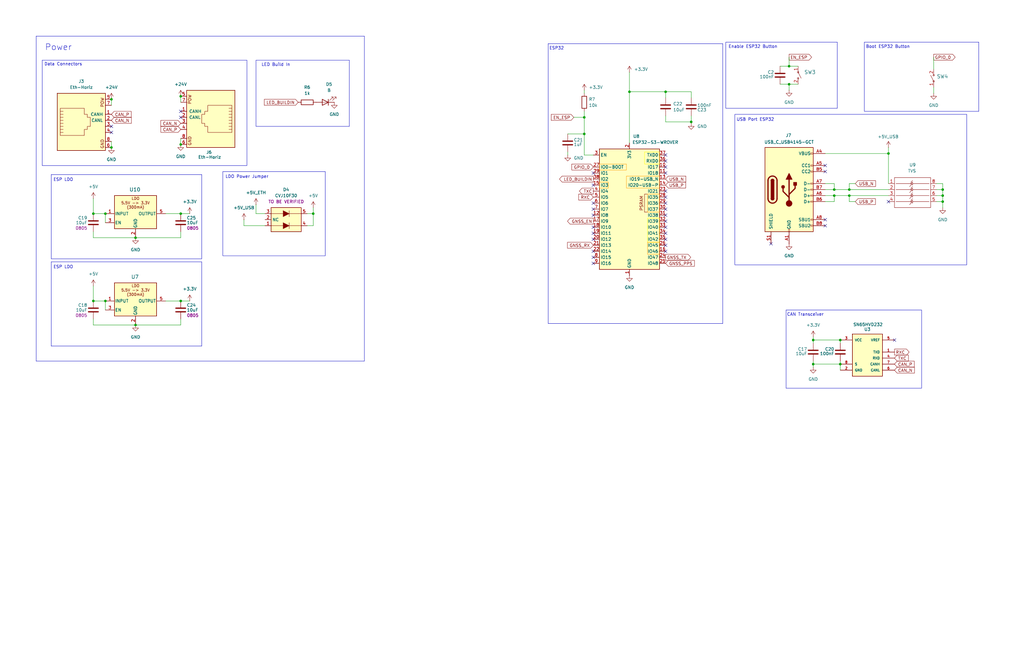
<source format=kicad_sch>
(kicad_sch (version 20250114) (generator "eeschema") (generator_version "9.0")
  (paper "User" 431.8 279.4)
  (title_block (title "${PROJECTNAME}") (date "2025-02-08") (rev "${REVISION}") (company "${GROUP_NAME}") (comment 1 "${AUTHOR}"))
  (lib_symbols
    (symbol "RoverLibrary:C-100nF" (pin_numbers (hide yes)) (pin_names (offset 0.254))
      (property "Reference" "C" (at -2.54 1.27 0))
      (property "Value" "100nF" (at -2.54 -0.635 0))
      (symbol "C-100nF_1_1"
        (pin passive line (at 0 3.81 270) (length 2.794) (name "~") (number "1"))
        (pin passive line (at 0 -3.81 90) (length 2.794) (name "~") (number "2"))
      )
    )
    (symbol "RoverLibrary:C-1uF" (pin_numbers (hide yes)) (pin_names (offset 0.254))
      (property "Reference" "C" (at -2.54 1.27 0))
      (property "Value" "1uF" (at -2.54 -0.635 0))
      (symbol "C-1uF_1_1"
        (pin passive line (at 0 3.81 270) (length 2.794) (name "~") (number "1"))
        (pin passive line (at 0 -3.81 90) (length 2.794) (name "~") (number "2"))
      )
    )
    (symbol "RoverLibrary:C-22uF" (pin_numbers (hide yes)) (pin_names (offset 0.254))
      (property "Reference" "C" (at 0.635 2.54 0))
      (property "Value" "22uF" (at 0.635 -2.54 0))
      (symbol "C-22uF_1_1"
        (pin passive line (at 0 3.81 270) (length 2.794) (name "~") (number "1"))
        (pin passive line (at 0 -3.81 90) (length 2.794) (name "~") (number "2"))
      )
    )
    (symbol "RoverLibrary:CAN-Transceiver-SN65HVD232" (pin_names (offset 1.016))
      (property "Reference" "U" (at 0 7.62 0))
      (property "Value" "SN65HVD232" (at 0 8.89 0))
      (property "STATUS" "APPROVED" (at -0.254 11.43 0))
      (symbol "CAN-Transceiver-SN65HVD232_0_0"
        (pin power_in line (at -11.43 3.81 0) (length 5.08) (name "VCC") (number "3"))
        (pin input line (at -11.43 -6.35 0) (length 5.08) (name "S") (number "8"))
        (pin power_in line (at -11.43 -8.89 0) (length 5.08) (name "GND") (number "2"))
        (pin output line (at 11.43 3.81 180) (length 5.08) (name "VREF") (number "5"))
        (pin input line (at 11.43 -1.27 180) (length 5.08) (name "TXD") (number "1"))
        (pin output line (at 11.43 -3.81 180) (length 5.08) (name "RXD") (number "4"))
        (pin bidirectional line (at 11.43 -6.35 180) (length 5.08) (name "CANH") (number "7"))
        (pin bidirectional line (at 11.43 -8.89 180) (length 5.08) (name "CANL") (number "6"))
      )
    )
    (symbol "RoverLibrary:C_0805" (pin_numbers (hide yes)) (pin_names (offset 0.254))
      (property "Reference" "C" (at 2.54 2.032 0))
      (property "Value" "~" (at 2.54 0 0))
      (property "Package" "0805" (at 2.54 -2.286 0))
      (symbol "C_0805_1_1"
        (pin passive line (at 0 3.81 270) (length 2.794) (name "~") (number "1"))
        (pin passive line (at 0 -3.81 90) (length 2.794) (name "~") (number "2"))
      )
    )
    (symbol "RoverLibrary:DC_DC-AP64501"
      (property "Reference" "U" (at 0 -0.762 0))
      (property "Value" "DC_DC-AP64501" (at 0 -2.794 0))
      (property "STATUS" "APPROVED" (at 0 1.016 0))
      (symbol "DC_DC-AP64501_1_1"
        (pin power_in line (at -11.43 -6.35 0) (length 2.54) (name "V_{in}") (number "2"))
        (pin input line (at -11.43 -8.89 0) (length 2.54) (name "EN") (number "3"))
        (pin passive line (at -11.43 -13.97 0) (length 2.54) (name "SS") (number "4"))
        (pin passive line (at 11.43 -6.35 180) (length 2.54) (name "BST") (number "1"))
        (pin power_out line (at 11.43 -13.97 180) (length 2.54) (name "SW") (number "8"))
        (pin input line (at 11.43 -21.59 180) (length 2.54) (name "FB") (number "5"))
        (pin passive line (at 11.43 -24.13 180) (length 2.54) (name "COMB") (number "6"))
        (pin power_in line (at 11.43 -27.94 180) (length 2.54) (name "GND") (number "7"))
        (pin power_in line (at 11.43 -30.48 180) (length 2.54) (name "PAD") (number "9"))
      )
    )
    (symbol "RoverLibrary:Diode_Schottchy_CVJ10F30"
      (property "Reference" "D" (at 0 2.032 0))
      (property "Value" "CVJ10F30" (at 0 0 0))
      (property "Status" "TO BE VERIFIED" (at 0 4.064 0))
      (symbol "Diode_Schottchy_CVJ10F30_1_1"
        (pin passive line (at -8.89 -3.81 0) (length 2.54) (name "") (number "3"))
        (pin passive line (at -8.89 -6.35 0) (length 2.54) (name "NC") (number "2"))
        (pin passive line (at -8.89 -8.89 0) (length 2.54) (name "") (number "1"))
        (pin passive line (at 8.89 -3.81 180) (length 2.54) (name "") (number "5"))
        (pin passive line (at 8.89 -8.89 180) (length 2.54) (name "") (number "4"))
      )
    )
    (symbol "RoverLibrary:ESP32-S3-WROVER"
      (property "Reference" "U" (at -12.7 26.67 0))
      (property "Value" "ESP32-S3-WROVER" (at 12.7 26.67 0))
      (property "STATUS" "TO BE VERIFIED" (at -12.446 28.956 0))
      (symbol "ESP32-S3-WROVER_0_0"
        (text "PSRAM" (at 5.08 2.54 900) (effects (font (size 1.27 1.27))))
      )
      (symbol "ESP32-S3-WROVER_1_1"
        (pin input line (at -15.24 22.86 0) (length 2.54) (name "EN") (number "3"))
        (pin bidirectional line (at -15.24 17.78 0) (length 2.54) (name "IO0-BOOT") (number "27"))
        (pin bidirectional line (at -15.24 15.24 0) (length 2.54) (name "IO1") (number "39"))
        (pin bidirectional line (at -15.24 12.7 0) (length 2.54) (name "IO2") (number "38"))
        (pin bidirectional line (at -15.24 10.16 0) (length 2.54) (name "IO3") (number "15"))
        (pin bidirectional line (at -15.24 7.62 0) (length 2.54) (name "IO4") (number "4"))
        (pin bidirectional line (at -15.24 5.08 0) (length 2.54) (name "IO5") (number "5"))
        (pin bidirectional line (at -15.24 2.54 0) (length 2.54) (name "IO6") (number "6"))
        (pin bidirectional line (at -15.24 0 0) (length 2.54) (name "IO7") (number "7"))
        (pin bidirectional line (at -15.24 -2.54 0) (length 2.54) (name "IO8") (number "12"))
        (pin bidirectional line (at -15.24 -5.08 0) (length 2.54) (name "IO9") (number "17"))
        (pin bidirectional line (at -15.24 -7.62 0) (length 2.54) (name "IO10") (number "18"))
        (pin bidirectional line (at -15.24 -10.16 0) (length 2.54) (name "IO11") (number "19"))
        (pin bidirectional line (at -15.24 -12.7 0) (length 2.54) (name "IO12") (number "20"))
        (pin bidirectional line (at -15.24 -15.24 0) (length 2.54) (name "IO13") (number "21"))
        (pin bidirectional line (at -15.24 -17.78 0) (length 2.54) (name "IO14") (number "22"))
        (pin bidirectional line (at -15.24 -20.32 0) (length 2.54) (name "IO15") (number "8"))
        (pin bidirectional line (at -15.24 -22.86 0) (length 2.54) (name "IO16") (number "9"))
        (pin power_in line (at 0 27.94 270) (length 2.54) (name "3V3") (number "2"))
        (pin power_in line (at 0 -27.94 90) (length 2.54) (name "GND") (number "1"))
        (pin passive line (at 0 -27.94 90) (length 2.54) (hide yes) (name "GND") (number "40"))
        (pin passive line (at 0 -27.94 90) (length 2.54) (hide yes) (name "GND") (number "41"))
        (pin bidirectional line (at 15.24 22.86 180) (length 2.54) (name "TXD0") (number "37"))
        (pin bidirectional line (at 15.24 20.32 180) (length 2.54) (name "RXD0") (number "36"))
        (pin bidirectional line (at 15.24 17.78 180) (length 2.54) (name "IO17") (number "10"))
        (pin bidirectional line (at 15.24 15.24 180) (length 2.54) (name "IO18") (number "11"))
        (pin bidirectional line (at 15.24 12.7 180) (length 2.54) (name "IO19-USB_N") (number "13"))
        (pin bidirectional line (at 15.24 10.16 180) (length 2.54) (name "IO20-USB-P") (number "14"))
        (pin bidirectional line (at 15.24 7.62 180) (length 2.54) (name "IO21") (number "23"))
        (pin bidirectional line (at 15.24 5.08 180) (length 2.54) (name "IO35") (number "28"))
        (pin bidirectional line (at 15.24 2.54 180) (length 2.54) (name "IO36") (number "29"))
        (pin bidirectional line (at 15.24 0 180) (length 2.54) (name "IO37") (number "30"))
        (pin bidirectional line (at 15.24 -2.54 180) (length 2.54) (name "IO38") (number "31"))
        (pin bidirectional line (at 15.24 -5.08 180) (length 2.54) (name "IO39") (number "32"))
        (pin bidirectional line (at 15.24 -7.62 180) (length 2.54) (name "IO40") (number "33"))
        (pin bidirectional line (at 15.24 -10.16 180) (length 2.54) (name "IO41") (number "34"))
        (pin bidirectional line (at 15.24 -12.7 180) (length 2.54) (name "IO42") (number "35"))
        (pin bidirectional line (at 15.24 -15.24 180) (length 2.54) (name "IO45") (number "26"))
        (pin bidirectional line (at 15.24 -17.78 180) (length 2.54) (name "IO46") (number "16"))
        (pin bidirectional line (at 15.24 -20.32 180) (length 2.54) (name "IO47") (number "24"))
        (pin bidirectional line (at 15.24 -22.86 180) (length 2.54) (name "IO48") (number "25"))
      )
    )
    (symbol "RoverLibrary:Eth-Horiz-54601-908WPLF" (pin_names (offset 1.016))
      (property "Reference" "J" (at -5.08 13.97 0))
      (property "Value" "Eth-Horiz" (at 2.54 13.97 0))
      (property "STATUS" "APPROVED" (at -4.826 16.002 0))
      (symbol "Eth-Horiz-54601-908WPLF_1_1"
        (text "POW" (at 6.35 8.89 900) (effects (font (size 1.27 1.27))))
        (text "GND" (at 6.35 -8.636 900) (effects (font (size 1.27 1.27))))
        (pin passive line (at 10.16 10.16 180) (length 2.54) (name "~") (number "5"))
        (pin passive line (at 10.16 7.62 180) (length 2.54) (name "~") (number "7"))
        (pin passive line (at 10.16 3.81 180) (length 2.54) (name "CANH") (number "1"))
        (pin passive line (at 10.16 1.27 180) (length 2.54) (name "CANL") (number "2"))
        (pin passive line (at 10.16 -1.27 180) (length 2.54) (name "~") (number "3"))
        (pin passive line (at 10.16 -3.81 180) (length 2.54) (name "~") (number "4"))
        (pin passive line (at 10.16 -7.62 180) (length 2.54) (name "~") (number "8"))
        (pin passive line (at 10.16 -10.16 180) (length 2.54) (name "~") (number "6"))
      )
    )
    (symbol "RoverLibrary:LDO-TLV74033PDBVR" (pin_names (offset 0.254))
      (property "Reference" "U" (at 0 1.27 0))
      (property "STATUS" "TO BE APPROVED" (at 0 3.048 0))
      (symbol "LDO-TLV74033PDBVR_1_1"
        (text "LDO\n5.5V -> 3.3V\n(300mA)" (at 0 -3.048 0) (effects (font (size 1.143 1.143))))
        (pin power_in line (at -12.7 -7.62 0) (length 3.81) (name "INPUT") (number "1"))
        (pin input line (at -12.7 -11.43 0) (length 3.81) (name "EN") (number "3"))
        (pin power_in line (at 0 -17.78 90) (length 3.81) (name "GND") (number "2"))
        (pin power_out line (at 12.7 -7.62 180) (length 3.81) (name "OUTPUT") (number "5"))
        (pin no_connect line (at 12.7 -11.43 180) (length 3.81) (hide yes) (name "NC") (number "4"))
      )
    )
    (symbol "RoverLibrary:LED" (pin_numbers (hide yes)) (pin_names (offset 1.016) (hide yes))
      (property "Reference" "D" (at 0 2.54 0))
      (property "Value" "LED" (at 0 -2.54 0))
      (symbol "LED_1_1"
        (pin passive line (at -3.81 0 0) (length 2.54) (name "K") (number "1"))
        (pin passive line (at 3.81 0 180) (length 2.54) (name "A") (number "2"))
      )
    )
    (symbol "RoverLibrary:L_3.6u_ASPI-6045S-3R6N-T" (pin_numbers (hide yes)) (pin_names (offset 1.016) (hide yes))
      (property "Reference" "L" (at -1.27 0 90))
      (property "Value" "~" (at 1.905 0 90))
      (property "STATUS" "TO BE VERIFIED" (at -3.81 0 90))
      (property "Digikey" "https://www.digikey.ca/en/products/detail/abracon-llc/ASPI-6045S-3R6N-T/2343383" (at 0 0 0))
      (symbol "L_3.6u_ASPI-6045S-3R6N-T_1_1"
        (pin passive line (at 0 3.81 270) (length 1.27) (name "1") (number "1"))
        (pin passive line (at 0 -3.81 90) (length 1.27) (name "2") (number "2"))
      )
    )
    (symbol "RoverLibrary:PushButton-TS09-63-25-WT-160-SMT-TR" (pin_names (offset 0.254))
      (property "Reference" "SW" (at 0 3.81 0))
      (property "STATUS" "APPROVED" (at 0 0 0))
      (symbol "PushButton-TS09-63-25-WT-160-SMT-TR_1_1"
        (pin bidirectional line (at -3.81 0 0) (length 2.54) (name "") (number "1"))
        (pin bidirectional line (at 3.81 0 180) (length 2.54) (name "") (number "2"))
      )
    )
    (symbol "RoverLibrary:R-10k" (pin_numbers (hide yes)) (pin_names (offset 0))
      (property "Reference" "R" (at 2.032 0 90))
      (property "Value" "10k" (at 0 0 90))
      (symbol "R-10k_1_1"
        (pin passive line (at 0 3.81 270) (length 1.27) (name "~") (number "1"))
        (pin passive line (at 0 -3.81 90) (length 1.27) (name "~") (number "2"))
      )
    )
    (symbol "RoverLibrary:R-1k" (pin_numbers (hide yes)) (pin_names (offset 0))
      (property "Reference" "R" (at 2.032 0 90))
      (property "Value" "1k" (at 0 0 90))
      (symbol "R-1k_1_1"
        (pin passive line (at 0 3.81 270) (length 1.27) (name "~") (number "1"))
        (pin passive line (at 0 -3.81 90) (length 1.27) (name "~") (number "2"))
      )
    )
    (symbol "RoverLibrary:R_0805" (pin_numbers (hide yes)) (pin_names (offset 0))
      (property "Reference" "R" (at 2.032 0 90))
      (property "Value" "k" (at 0 0 90))
      (property "Package" "0805" (at -2.286 0 90))
      (symbol "R_0805_1_1"
        (pin passive line (at 0 3.81 270) (length 1.27) (name "~") (number "1"))
        (pin passive line (at 0 -3.81 90) (length 1.27) (name "~") (number "2"))
      )
    )
    (symbol "RoverLibrary:TVS-SMDB03CE3/TR7TR-ND"
      (property "Reference" "U" (at 0 1.27 0))
      (property "Value" "TVS" (at 0 0 0))
      (property "STATYS" "APPROVED" (at 0 2.794 0))
      (symbol "TVS-SMDB03CE3/TR7TR-ND_1_1"
        (pin passive line (at -10.16 -3.81 0) (length 2.54) (name "") (number "1"))
        (pin passive line (at -10.16 -6.35 0) (length 2.54) (name "") (number "2"))
        (pin passive line (at -10.16 -8.89 0) (length 2.54) (name "") (number "3"))
        (pin passive line (at -10.16 -11.43 0) (length 2.54) (name "") (number "4"))
        (pin passive line (at 10.16 -3.81 180) (length 2.54) (name "") (number "8"))
        (pin passive line (at 10.16 -6.35 180) (length 2.54) (name "") (number "7"))
        (pin passive line (at 10.16 -8.89 180) (length 2.54) (name "") (number "6"))
        (pin passive line (at 10.16 -11.43 180) (length 2.54) (name "") (number "5"))
      )
    )
    (symbol "RoverLibrary:USB_C_USB4145-03-C" (pin_names (offset 1.016))
      (property "Reference" "J" (at 0 22.225 0))
      (property "Value" "USB_C_USB4145-GCT" (at 0 19.685 0))
      (property "STATUS" "TO BE APPROVED" (at 0 24.13 0))
      (symbol "USB_C_USB4145-03-C_1_1"
        (pin power_in line (at -7.62 -22.86 90) (length 5.08) (name "SHIELD") (number "S1"))
        (pin power_out line (at 0 -22.86 90) (length 5.08) (name "GND") (number "A1"))
        (pin power_in line (at 0 -22.86 90) (length 5.08) (hide yes) (name "GND") (number "A12"))
        (pin power_in line (at 0 -22.86 90) (length 5.08) (hide yes) (name "GND") (number "B1"))
        (pin power_in line (at 0 -22.86 90) (length 5.08) (hide yes) (name "GND") (number "B12"))
        (pin power_out line (at 15.24 15.24 180) (length 5.08) (name "VBUS") (number "A4"))
        (pin power_in line (at 15.24 15.24 180) (length 5.08) (hide yes) (name "VBUS") (number "A9"))
        (pin power_in line (at 15.24 15.24 180) (length 5.08) (hide yes) (name "VBUS") (number "B4"))
        (pin power_in line (at 15.24 15.24 180) (length 5.08) (hide yes) (name "VBUS") (number "B9"))
        (pin bidirectional line (at 15.24 10.16 180) (length 5.08) (name "CC1") (number "A5"))
        (pin bidirectional line (at 15.24 7.62 180) (length 5.08) (name "CC2") (number "B5"))
        (pin bidirectional line (at 15.24 2.54 180) (length 5.08) (name "D-") (number "A7"))
        (pin bidirectional line (at 15.24 0 180) (length 5.08) (name "D-") (number "B7"))
        (pin bidirectional line (at 15.24 -2.54 180) (length 5.08) (name "D+") (number "A6"))
        (pin bidirectional line (at 15.24 -5.08 180) (length 5.08) (name "D+") (number "B6"))
        (pin bidirectional line (at 15.24 -12.7 180) (length 5.08) (name "SBU1") (number "A8"))
        (pin bidirectional line (at 15.24 -15.24 180) (length 5.08) (name "SBU2") (number "B8"))
      )
    )
    (symbol "power:+24V" (power) (pin_numbers (hide yes)) (pin_names (offset 0) (hide yes))
      (property "Value" "+24V" (at 0 3.556 0))
      (symbol "+24V_1_1"
        (pin power_in line (at 0 0 90) (length 0) (name "~") (number "1"))
      )
    )
    (symbol "power:+3.3V" (power) (pin_numbers (hide yes)) (pin_names (offset 0) (hide yes))
      (property "Value" "+3.3V" (at 0 3.556 0))
      (symbol "+3.3V_1_1"
        (pin power_in line (at 0 0 90) (length 0) (name "~") (number "1"))
      )
    )
    (symbol "power:+5V" (power) (pin_numbers (hide yes)) (pin_names (offset 0) (hide yes))
      (property "Value" "+5V" (at 0 3.556 0))
      (symbol "+5V_1_1"
        (pin power_in line (at 0 0 90) (length 0) (name "~") (number "1"))
      )
    )
    (symbol "power:GND" (power) (pin_numbers (hide yes)) (pin_names (offset 0) (hide yes))
      (property "Value" "GND" (at 0 -3.81 0))
      (symbol "GND_1_1"
        (pin power_in line (at 0 0 270) (length 0) (name "~") (number "1"))
      )
    )
  )
  (rectangle (start 332.74 35.56) (end 332.74 35.56))
  (rectangle (start 21.59 110.49) (end 85.09 146.05))
  (rectangle (start 306.07 17.78) (end 353.06 45.72))
  (rectangle (start 21.59 73.66) (end 85.09 109.22))
  (bezier (pts (xy -17.78 96.52) (xy -87.63 130.81) (xy -80.01 139.7) (xy -127 152.4)))
  (rectangle (start 231.14 18.415) (end 304.8 136.525))
  (rectangle (start 93.98 72.39) (end 137.16 107.95))
  (rectangle (start -124.46 96.52) (end -17.78 151.13))
  (rectangle (start 364.49 17.78) (end 412.75 46.99))
  (rectangle (start 17.78 25.4) (end 104.14 69.85))
  (rectangle (start 107.95 25.4) (end 147.32 53.34))
  (bezier (pts (xy -16.51 149.86) (xy -121.92 99.06) (xy -99.06 109.22) (xy -124.46 97.79)))
  (rectangle (start 331.47 130.81) (end 388.62 163.83))
  (rectangle (start 309.88 48.26) (end 407.67 111.76))
  (rectangle (start 15.24 15.24) (end 153.67 152.4))
  (text "Power" (at 24.638 20.066 0) (effects (font (size 2.54 2.54))))
  (text "LED Build In" (at 116.332 27.432 0) (effects (font (size 1.27 1.27))))
  (text "LDO Power Jumper" (at 104.14 74.676 0) (effects (font (size 1.27 1.27))))
  (text "Data Connectors" (at 26.67 27.178 0) (effects (font (size 1.27 1.27))))
  (text "Boot ESP32 Button" (at 374.396 19.812 0) (effects (font (size 1.27 1.27))))
  (text "USB Port ESP32" (at 318.516 50.546 0) (effects (font (size 1.27 1.27))))
  (text "->3x22uF\n" (at -23.368 123.952 0) (effects (font (size 1.27 1.27))))
  (text "Enable ESP32 Button" (at 317.5 19.812 0) (effects (font (size 1.27 1.27))))
  (text "CAN Transceiver" (at 339.598 132.842 0) (effects (font (size 1.27 1.27))))
  (text "ESP LDO" (at 26.67 112.776 0) (effects (font (size 1.27 1.27))))
  (text "BUCK SI LDO PAS ASSEZ PUISSANT" (at -104.902 99.06 0) (effects (font (size 1.27 1.27))))
  (text "ESP LDO" (at 26.67 75.946 0) (effects (font (size 1.27 1.27))))
  (text "ESP32" (at 234.696 20.447 0) (effects (font (size 1.27 1.27))))
  (junction (at 76.2 127))
  (junction (at -35.56 129.54))
  (junction (at 44.45 127))
  (junction (at 246.38 56.515))
  (junction (at 397.51 82.55))
  (junction (at -43.18 118.11))
  (junction (at 332.74 35.56))
  (junction (at -68.58 118.11))
  (junction (at 332.74 27.94))
  (junction (at 354.33 153.67))
  (junction (at 39.37 127))
  (junction (at -97.79 110.49))
  (junction (at 374.65 64.77))
  (junction (at 358.14 80.01))
  (junction (at 280.67 38.735))
  (junction (at 291.465 51.435))
  (junction (at 397.51 85.09))
  (junction (at 76.2 60.96))
  (junction (at -35.56 121.92))
  (junction (at 46.99 41.91))
  (junction (at 342.9 143.51))
  (junction (at 57.15 137.16))
  (junction (at 76.2 40.64))
  (junction (at -43.18 125.73))
  (junction (at -35.56 118.11))
  (junction (at 246.38 49.53))
  (junction (at 342.9 153.67))
  (junction (at 265.43 38.735))
  (junction (at 351.79 80.01))
  (junction (at 351.79 82.55))
  (junction (at 397.51 80.01))
  (junction (at 46.99 62.23))
  (junction (at 39.37 90.17))
  (junction (at 57.15 100.33))
  (junction (at -115.57 110.49))
  (junction (at 44.45 90.17))
  (junction (at -71.12 134.62))
  (junction (at 354.33 143.51))
  (junction (at 358.14 82.55))
  (junction (at 76.2 90.17))
  (junction (at 132.08 90.17))
  (no_connect (at 250.19 108.585))
  (no_connect (at 374.65 85.09))
  (no_connect (at 250.19 90.805))
  (no_connect (at 280.67 93.345))
  (no_connect (at 280.67 90.805))
  (no_connect (at 280.67 95.885))
  (no_connect (at 280.67 67.945))
  (no_connect (at 250.19 88.265))
  (no_connect (at 250.19 98.425))
  (no_connect (at 347.98 72.39))
  (no_connect (at 347.98 92.71))
  (no_connect (at 347.98 69.85))
  (no_connect (at 250.19 100.965))
  (no_connect (at 280.67 70.485))
  (no_connect (at 280.67 88.265))
  (no_connect (at 280.67 65.405))
  (no_connect (at 76.2 49.53))
  (no_connect (at 280.67 103.505))
  (no_connect (at 46.99 55.88))
  (no_connect (at 250.19 85.725))
  (no_connect (at 76.2 46.99))
  (no_connect (at 280.67 98.425))
  (no_connect (at 250.19 111.125))
  (no_connect (at 250.19 106.045))
  (no_connect (at 280.67 80.645))
  (no_connect (at 46.99 53.34))
  (no_connect (at 325.12 102.87))
  (no_connect (at 280.67 83.185))
  (no_connect (at 250.19 73.025))
  (no_connect (at 347.98 95.25))
  (no_connect (at 280.67 106.045))
  (no_connect (at 280.67 100.965))
  (no_connect (at 377.19 143.51))
  (no_connect (at 250.19 95.885))
  (no_connect (at 250.19 78.105))
  (no_connect (at 280.67 85.725))
  (no_connect (at 280.67 73.025))
  (wire (pts (xy 347.98 64.77) (xy 374.65 64.77)))
  (wire (pts (xy 358.14 85.09) (xy 360.68 85.09)))
  (wire (pts (xy 358.14 82.55) (xy 358.14 85.09)))
  (wire (pts (xy 107.95 86.36) (xy 107.95 90.17)))
  (wire (pts (xy 397.51 82.55) (xy 397.51 85.09)))
  (wire (pts (xy 76.2 58.42) (xy 76.2 60.96)))
  (wire (pts (xy 394.97 82.55) (xy 397.51 82.55)))
  (wire (pts (xy -71.12 132.08) (xy -71.12 134.62)))
  (wire (pts (xy 129.54 90.17) (xy 132.08 90.17)))
  (wire (pts (xy 76.2 134.62) (xy 76.2 137.16)))
  (wire (pts (xy -72.39 134.62) (xy -71.12 134.62)))
  (wire (pts (xy 241.935 49.53) (xy 246.38 49.53)))
  (wire (pts (xy 76.2 90.17) (xy 80.01 90.17)))
  (wire (pts (xy 393.7 24.13) (xy 393.7 29.21)))
  (wire (pts (xy -115.57 129.54) (xy -115.57 130.81)))
  (wire (pts (xy 347.98 82.55) (xy 351.79 82.55)))
  (wire (pts (xy 354.33 152.4) (xy 354.33 153.67)))
  (wire (pts (xy 39.37 83.82) (xy 39.37 90.17)))
  (wire (pts (xy 39.37 120.65) (xy 39.37 127)))
  (wire (pts (xy 394.97 80.01) (xy 397.51 80.01)))
  (wire (pts (xy -68.58 118.11) (xy -58.42 118.11)))
  (wire (pts (xy 246.38 56.515) (xy 246.38 65.405)))
  (wire (pts (xy 332.74 27.94) (xy 336.55 27.94)))
  (wire (pts (xy 265.43 38.735) (xy 265.43 60.325)))
  (wire (pts (xy 374.65 62.23) (xy 374.65 64.77)))
  (wire (pts (xy 39.37 134.62) (xy 39.37 137.16)))
  (wire (pts (xy -35.56 118.11) (xy -31.75 118.11)))
  (wire (pts (xy 102.87 95.25) (xy 111.76 95.25)))
  (wire (pts (xy 69.85 127) (xy 76.2 127)))
  (wire (pts (xy 351.79 82.55) (xy 358.14 82.55)))
  (wire (pts (xy 280.67 41.275) (xy 280.67 38.735)))
  (wire (pts (xy 354.33 153.67) (xy 342.9 153.67)))
  (wire (pts (xy 46.99 41.91) (xy 46.99 44.45)))
  (wire (pts (xy 328.93 27.94) (xy 332.74 27.94)))
  (wire (pts (xy 132.08 90.17) (xy 132.08 95.25)))
  (wire (pts (xy 76.2 40.64) (xy 76.2 43.18)))
  (wire (pts (xy 291.465 52.07) (xy 291.465 51.435)))
  (wire (pts (xy 358.14 77.47) (xy 360.68 77.47)))
  (wire (pts (xy -43.18 125.73) (xy -43.18 128.27)))
  (wire (pts (xy 394.97 85.09) (xy 397.51 85.09)))
  (wire (pts (xy 280.67 38.735) (xy 291.465 38.735)))
  (wire (pts (xy -72.39 118.11) (xy -68.58 118.11)))
  (wire (pts (xy -115.57 110.49) (xy -115.57 121.92)))
  (wire (pts (xy -72.39 128.27) (xy -62.23 128.27)))
  (wire (pts (xy 351.79 82.55) (xy 351.79 85.09)))
  (wire (pts (xy -43.18 118.11) (xy -35.56 118.11)))
  (wire (pts (xy -43.18 135.89) (xy -43.18 137.16)))
  (wire (pts (xy 332.74 35.56) (xy 336.55 35.56)))
  (wire (pts (xy -115.57 110.49) (xy -97.79 110.49)))
  (wire (pts (xy -71.12 134.62) (xy -71.12 135.89)))
  (wire (pts (xy 291.465 51.435) (xy 291.465 48.895)))
  (wire (pts (xy 44.45 90.17) (xy 44.45 93.98)))
  (wire (pts (xy -119.38 107.95) (xy -119.38 110.49)))
  (wire (pts (xy -97.79 110.49) (xy -97.79 113.03)))
  (wire (pts (xy 342.9 142.24) (xy 342.9 143.51)))
  (wire (pts (xy 358.14 82.55) (xy 374.65 82.55)))
  (wire (pts (xy 342.9 153.67) (xy 342.9 154.94)))
  (wire (pts (xy -50.8 118.11) (xy -43.18 118.11)))
  (wire (pts (xy -35.56 118.11) (xy -35.56 121.92)))
  (wire (pts (xy 76.2 97.79) (xy 76.2 100.33)))
  (wire (pts (xy 265.43 38.735) (xy 280.67 38.735)))
  (wire (pts (xy 129.54 95.25) (xy 132.08 95.25)))
  (wire (pts (xy 57.15 100.33) (xy 76.2 100.33)))
  (wire (pts (xy 332.74 24.13) (xy 332.74 27.94)))
  (wire (pts (xy 39.37 90.17) (xy 44.45 90.17)))
  (wire (pts (xy 342.9 152.4) (xy 342.9 153.67)))
  (wire (pts (xy -95.25 113.03) (xy -97.79 113.03)))
  (wire (pts (xy 39.37 137.16) (xy 57.15 137.16)))
  (wire (pts (xy 397.51 80.01) (xy 397.51 82.55)))
  (wire (pts (xy 342.9 143.51) (xy 342.9 144.78)))
  (wire (pts (xy -104.14 129.54) (xy -104.14 130.81)))
  (wire (pts (xy 358.14 80.01) (xy 374.65 80.01)))
  (wire (pts (xy -104.14 118.11) (xy -104.14 121.92)))
  (wire (pts (xy 57.15 137.16) (xy 76.2 137.16)))
  (wire (pts (xy 394.97 77.47) (xy 397.51 77.47)))
  (wire (pts (xy 354.33 143.51) (xy 342.9 143.51)))
  (wire (pts (xy -104.14 118.11) (xy -95.25 118.11)))
  (wire (pts (xy 132.08 87.63) (xy 132.08 90.17)))
  (wire (pts (xy -31.75 114.3) (xy -31.75 118.11)))
  (wire (pts (xy 76.2 127) (xy 80.01 127)))
  (wire (pts (xy 280.67 51.435) (xy 291.465 51.435)))
  (wire (pts (xy 39.37 97.79) (xy 39.37 100.33)))
  (wire (pts (xy 39.37 100.33) (xy 57.15 100.33)))
  (wire (pts (xy -72.39 110.49) (xy -68.58 110.49)))
  (wire (pts (xy -72.39 125.73) (xy -43.18 125.73)))
  (wire (pts (xy 328.93 35.56) (xy 332.74 35.56)))
  (wire (pts (xy 351.79 80.01) (xy 358.14 80.01)))
  (wire (pts (xy 358.14 80.01) (xy 358.14 77.47)))
  (wire (pts (xy 44.45 127) (xy 44.45 130.81)))
  (wire (pts (xy 347.98 80.01) (xy 351.79 80.01)))
  (wire (pts (xy 246.38 38.1) (xy 246.38 39.37)))
  (wire (pts (xy 280.67 48.895) (xy 280.67 51.435)))
  (wire (pts (xy -35.56 129.54) (xy -35.56 137.16)))
  (wire (pts (xy 291.465 38.735) (xy 291.465 41.275)))
  (wire (pts (xy 246.38 49.53) (xy 246.38 56.515)))
  (wire (pts (xy -97.79 110.49) (xy -95.25 110.49)))
  (wire (pts (xy 397.51 85.09) (xy 397.51 87.63)))
  (wire (pts (xy 393.7 36.83) (xy 393.7 39.37)))
  (wire (pts (xy 347.98 85.09) (xy 351.79 85.09)))
  (wire (pts (xy 354.33 143.51) (xy 354.33 144.78)))
  (wire (pts (xy 69.85 90.17) (xy 76.2 90.17)))
  (wire (pts (xy 39.37 127) (xy 44.45 127)))
  (wire (pts (xy 239.395 64.135) (xy 239.395 65.405)))
  (wire (pts (xy 107.95 90.17) (xy 111.76 90.17)))
  (wire (pts (xy 239.395 56.515) (xy 246.38 56.515)))
  (wire (pts (xy 246.38 65.405) (xy 250.19 65.405)))
  (wire (pts (xy -72.39 132.08) (xy -71.12 132.08)))
  (wire (pts (xy 265.43 30.48) (xy 265.43 38.735)))
  (wire (pts (xy 351.79 77.47) (xy 351.79 80.01)))
  (wire (pts (xy 347.98 77.47) (xy 351.79 77.47)))
  (wire (pts (xy 102.87 92.71) (xy 102.87 95.25)))
  (wire (pts (xy 46.99 59.69) (xy 46.99 62.23)))
  (wire (pts (xy 354.33 153.67) (xy 354.33 156.21)))
  (wire (pts (xy 374.65 64.77) (xy 374.65 77.47)))
  (wire (pts (xy 332.74 35.56) (xy 332.74 38.1)))
  (wire (pts (xy 246.38 49.53) (xy 246.38 46.99)))
  (wire (pts (xy -119.38 110.49) (xy -115.57 110.49)))
  (wire (pts (xy 397.51 77.47) (xy 397.51 80.01)))
  (global_label "CAN_P" (shape input) (at 46.99 48.26 0) (property "Intersheetrefs" "${INTERSHEET_REFS}" (effects (hide yes))))
  (global_label "USB_P" (shape input) (at 280.67 78.105 0) (property "Intersheetrefs" "${INTERSHEET_REFS}" (effects (hide yes))))
  (global_label "USB_P" (shape input) (at 360.68 85.09 0) (property "Intersheetrefs" "${INTERSHEET_REFS}" (effects (hide yes))))
  (global_label "GNSS_PPS" (shape input) (at 280.67 111.125 0) (property "Intersheetrefs" "${INTERSHEET_REFS}" (effects (hide yes))))
  (global_label "GNSS_RX" (shape input) (at 250.19 103.505 180) (property "Intersheetrefs" "${INTERSHEET_REFS}" (effects (hide yes))))
  (global_label "CAN_N" (shape input) (at 377.19 156.21 0) (property "Intersheetrefs" "${INTERSHEET_REFS}" (effects (hide yes))))
  (global_label "CAN_N" (shape input) (at 76.2 52.07 180) (property "Intersheetrefs" "${INTERSHEET_REFS}" (effects (hide yes))))
  (global_label "USB_N" (shape input) (at 280.67 75.565 0) (property "Intersheetrefs" "${INTERSHEET_REFS}" (effects (hide yes))))
  (global_label "TXC" (shape input) (at 377.19 151.13 0) (property "Intersheetrefs" "${INTERSHEET_REFS}" (effects (hide yes))))
  (global_label "LED_BUILDIN" (shape output) (at 250.19 75.565 180) (property "Intersheetrefs" "${INTERSHEET_REFS}" (effects (hide yes))))
  (global_label "LED_BUILDIN" (shape input) (at 125.73 43.18 180) (property "Intersheetrefs" "${INTERSHEET_REFS}" (effects (hide yes))))
  (global_label "CAN_N" (shape input) (at 46.99 50.8 0) (property "Intersheetrefs" "${INTERSHEET_REFS}" (effects (hide yes))))
  (global_label "USB_N" (shape input) (at 360.68 77.47 0) (property "Intersheetrefs" "${INTERSHEET_REFS}" (effects (hide yes))))
  (global_label "GPIO_0" (shape input) (at 250.19 70.485 180) (property "Intersheetrefs" "${INTERSHEET_REFS}" (effects (hide yes))))
  (global_label "RXC" (shape input) (at 250.19 83.185 180) (property "Intersheetrefs" "${INTERSHEET_REFS}" (effects (hide yes))))
  (global_label "EN_ESP" (shape output) (at 332.74 24.13 0) (property "Intersheetrefs" "${INTERSHEET_REFS}" (effects (hide yes))))
  (global_label "GPIO_0" (shape output) (at 393.7 24.13 0) (property "Intersheetrefs" "${INTERSHEET_REFS}" (effects (hide yes))))
  (global_label "GNSS_EN" (shape output) (at 250.19 93.345 180) (property "Intersheetrefs" "${INTERSHEET_REFS}" (effects (hide yes))))
  (global_label "EN_ESP" (shape input) (at 241.935 49.53 180) (property "Intersheetrefs" "${INTERSHEET_REFS}" (effects (hide yes))))
  (global_label "TXC" (shape output) (at 250.19 80.645 180) (property "Intersheetrefs" "${INTERSHEET_REFS}" (effects (hide yes))))
  (global_label "CAN_P" (shape input) (at 76.2 54.61 180) (property "Intersheetrefs" "${INTERSHEET_REFS}" (effects (hide yes))))
  (global_label "RXC" (shape output) (at 377.19 148.59 0) (property "Intersheetrefs" "${INTERSHEET_REFS}" (effects (hide yes))))
  (global_label "CAN_P" (shape input) (at 377.19 153.67 0) (property "Intersheetrefs" "${INTERSHEET_REFS}" (effects (hide yes))))
  (global_label "GNSS_TX" (shape output) (at 280.67 108.585 0) (property "Intersheetrefs" "${INTERSHEET_REFS}" (effects (hide yes))))
  (symbol (lib_id "power:GND") (at 332.74 38.1 0) (unit 1)
    (property "Reference" "#PWR050" (effects (hide yes)))
    (property "Value" "GND" (at 332.74 43.18 0))
    (property "Description" "Power symbol creates a global label with name \"GND\" , ground" (effects (hide yes)))
  )
  (symbol (lib_id "power:GND") (at 342.9 154.94 0) (unit 1)
    (property "Reference" "#PWR047" (effects (hide yes)))
    (property "Value" "GND" (at 342.9 160.02 0))
    (property "Description" "Power symbol creates a global label with name \"GND\" , ground" (effects (hide yes)))
  )
  (symbol (lib_id "power:GND") (at 57.15 137.16 0) (unit 1)
    (property "Reference" "#PWR055" (effects (hide yes)))
    (property "Value" "GND" (at 57.15 142.24 0))
    (property "Description" "Power symbol creates a global label with name \"GND\" , ground" (effects (hide yes)))
  )
  (symbol (lib_id "RoverLibrary:LDO-TLV74033PDBVR") (at 57.15 119.38 0) (unit 1)
    (property "Reference" "U7" (at 56.896 116.84 0) (effects (font (size 1.524 1.524))))
    (property "Value" "LDO-TLV74033PDBVR" (effects (hide yes)))
    (property "Footprint" "Package_TO_SOT_SMD:SOT-23-5_HandSoldering" (effects (hide yes)))
    (property "Datasheet" "https://mm.digikey.com/Volume0/opasdata/d220001/medias/docus/5334/TLV740P_DS.pdf" (effects (hide yes)))
    (property "Description" "LDO Fixed output 3.3V. Input range: 3.7V-5.5V. 300mA" (effects (hide yes)))
    (property "STATUS" "TO BE APPROVED" (effects (hide yes)))
    (property "Digikey" "https://www.digikey.ca/en/products/detail/texas-instruments/TLV74033PDBVR/12642183" (effects (hide yes)))
  )
  (symbol (lib_id "power:GND") (at 46.99 62.23 0) (unit 1)
    (property "Reference" "#PWR054" (effects (hide yes)))
    (property "Value" "GND" (at 46.99 67.31 0))
    (property "Description" "Power symbol creates a global label with name \"GND\" , ground" (effects (hide yes)))
  )
  (symbol (lib_id "power:+5V") (at 102.87 92.71 0) (unit 1)
    (property "Reference" "#PWR049" (effects (hide yes)))
    (property "Value" "+5V_USB" (at 102.87 87.63 0))
    (property "Description" "Power symbol creates a global label with name \"+5V\"" (effects (hide yes)))
  )
  (symbol (lib_id "RoverLibrary:C_0805") (at 76.2 93.98 0) (unit 1)
    (property "Reference" "C25" (at 78.74 91.948 0) (effects (justify left)))
    (property "Value" "10uF" (at 78.74 93.98 0) (effects (justify left)))
    (property "Footprint" "Capacitor_SMD:C_0805_2012Metric_Pad1.18x1.45mm_HandSolder" (effects (hide yes)))
    (property "Description" "Unpolarized capacitor" (effects (hide yes)))
    (property "Package" "0805" (at 78.74 96.266 0) (effects (justify left)))
  )
  (symbol (lib_id "RoverLibrary:C_0805") (at 76.2 130.81 0) (unit 1)
    (property "Reference" "C24" (at 78.74 128.778 0) (effects (justify left)))
    (property "Value" "10uF" (at 78.74 130.81 0) (effects (justify left)))
    (property "Footprint" "Capacitor_SMD:C_0805_2012Metric_Pad1.18x1.45mm_HandSolder" (effects (hide yes)))
    (property "Description" "Unpolarized capacitor" (effects (hide yes)))
    (property "Package" "0805" (at 78.74 133.096 0) (effects (justify left)))
  )
  (symbol (lib_id "power:GND") (at -71.12 135.89 0) (unit 1)
    (property "Reference" "#PWR075" (effects (hide yes)))
    (property "Value" "GND" (at -71.12 140.97 0))
    (property "Description" "Power symbol creates a global label with name \"GND\" , ground" (effects (hide yes)))
  )
  (symbol (lib_id "RoverLibrary:CAN-Transceiver-SN65HVD232") (at 365.76 147.32 0) (unit 1)
    (property "Reference" "U3" (at 365.76 139.7 0) (effects (justify bottom)))
    (property "Value" "SN65HVD232" (at 366.014 137.668 0) (effects (justify bottom)))
    (property "Footprint" "Package_SO:SOIC-8_3.9x4.9mm_P1.27mm" (effects (hide yes)))
    (property "Datasheet" "https://www.ti.com/lit/ds/symlink/sn65hvd230.pdf?ts=1730319703644&ref_url=https%253A%252F%252Fwww.ti.com%252Fproduct%252FSN65HVD230" (effects (hide yes)))
    (property "Description" "CAN Transceiver" (effects (hide yes)))
    (property "PARTREV" "4" (effects (hide yes)))
    (property "STANDARD" "IPC 7351B" (effects (hide yes)))
    (property "MAXIMUM_PACKAGE_HEIGHT" "1.75 mm" (effects (hide yes)))
    (property "MANUFACTURER" "NXP USA" (effects (hide yes)))
  )
  (symbol (lib_id "RoverLibrary:R_0805") (at -43.18 121.92 0) (unit 1)
    (property "Reference" "R9" (at -41.148 121.92 90))
    (property "Value" "115k" (at -43.18 121.92 90))
    (property "Footprint" "Resistor_SMD:R_0805_2012Metric_Pad1.20x1.40mm_HandSolder" (effects (hide yes)))
    (property "Description" "Resistor" (effects (hide yes)))
    (property "Package" "0805" (at -45.466 121.92 90))
  )
  (symbol (lib_id "power:+3.3V") (at 265.43 30.48 0) (unit 1)
    (property "Reference" "#PWR063" (effects (hide yes)))
    (property "Value" "+3.3V" (at 267.335 29.2099 0) (effects (justify left)))
    (property "Description" "Power symbol creates a global label with name \"+3.3V\"" (effects (hide yes)))
  )
  (symbol (lib_id "RoverLibrary:C-22uF") (at 280.67 45.085 0) (unit 1)
    (property "Reference" "C22" (at 283.845 43.8149 0) (effects (justify left)))
    (property "Value" "10uF" (at 283.845 46.3549 0) (effects (justify left)))
    (property "Footprint" "Capacitor_SMD:C_0805_2012Metric_Pad1.18x1.45mm_HandSolder" (effects (hide yes)))
    (property "Description" "Unpolarized capacitor" (effects (hide yes)))
  )
  (symbol (lib_id "power:GND") (at -115.57 130.81 0) (unit 1)
    (property "Reference" "#PWR072" (effects (hide yes)))
    (property "Value" "GND" (at -115.57 135.89 0))
    (property "Description" "Power symbol creates a global label with name \"GND\" , ground" (effects (hide yes)))
  )
  (symbol (lib_id "power:+5V") (at 39.37 83.82 0) (unit 1)
    (property "Reference" "#PWR051" (effects (hide yes)))
    (property "Value" "+5V" (at 39.37 78.74 0))
    (property "Description" "Power symbol creates a global label with name \"+5V\"" (effects (hide yes)))
  )
  (symbol (lib_id "power:+5V") (at 107.95 86.36 0) (unit 1)
    (property "Reference" "#PWR052" (effects (hide yes)))
    (property "Value" "+5V_ETH" (at 107.95 81.28 0))
    (property "Description" "Power symbol creates a global label with name \"+5V\"" (effects (hide yes)))
  )
  (symbol (lib_id "RoverLibrary:PushButton-TS09-63-25-WT-160-SMT-TR") (at 336.55 31.75 270) (unit 1)
    (property "Reference" "SW3" (at 339.09 30.4799 90) (effects (font (size 1.524 1.524)) (justify left)))
    (property "Value" "TS09-63-25-WT-160-SMT-TR" (effects (hide yes)))
    (property "Footprint" "Button_Switch_SMD:SW_DIP_SPSTx01_Slide_6.7x4.1mm_W8.61mm_P2.54mm_LowProfile" (effects (hide yes)))
    (property "Datasheet" "TS09-63-25-WT-160-SMT-TR" (effects (hide yes)))
    (property "Description" "SMD Push button" (effects (hide yes)))
    (property "Digikey" "https://www.digikey.ca/en/products/detail/same-sky-formerly-cui-devices/TS09-63-25-WT-160-SMT-TR/15839066?s=N4IgTCBcDaICoGUAMBOAtANgMxrAVjQHU40BGDJNBAWRLgCUQBdAXyA" (effects (hide yes)))
    (property "STATUS" "APPROVED" (effects (hide yes)))
  )
  (symbol (lib_id "RoverLibrary:L_3.6u_ASPI-6045S-3R6N-T") (at -54.61 118.11 90) (unit 1)
    (property "Reference" "L2" (at -54.61 110.49 90))
    (property "Value" "3.6uH" (at -54.61 113.03 90))
    (property "Footprint" "RoverFootprint:L_3.6u_ASPI-6045S-3R6N-T" (effects (hide yes)))
    (property "Datasheet" "https://abracon.com/Magnetics/power/ASPI-6045S.pdf" (effects (hide yes)))
    (property "Description" "Inductor" (effects (hide yes)))
    (property "STATUS" "TO BE VERIFIED" (at -54.61 115.57 90))
    (property "Digikey" "https://www.digikey.ca/en/products/detail/abracon-llc/ASPI-6045S-3R6N-T/2343383" (effects (hide yes)))
  )
  (symbol (lib_id "RoverLibrary:C-100nF") (at 354.33 148.59 0) (unit 1)
    (property "Reference" "C20" (at 351.79 147.32 0) (effects (justify right)))
    (property "Value" "100nF" (at 351.79 149.225 0) (effects (justify right)))
    (property "Footprint" "Capacitor_SMD:C_0805_2012Metric_Pad1.18x1.45mm_HandSolder" (effects (hide yes)))
    (property "Description" "Unpolarized capacitor" (effects (hide yes)))
  )
  (symbol (lib_id "power:+5V") (at 374.65 62.23 0) (unit 1)
    (property "Reference" "#PWR070" (effects (hide yes)))
    (property "Value" "+5V_USB" (at 370.078 57.658 0) (effects (justify left)))
    (property "Description" "Power symbol creates a global label with name \"+5V\"" (effects (hide yes)))
  )
  (symbol (lib_id "RoverLibrary:C_0805") (at -104.14 125.73 0) (unit 1)
    (property "Reference" "C27" (at -101.6 123.698 0) (effects (justify left)))
    (property "Value" "10nF" (at -101.6 125.73 0) (effects (justify left)))
    (property "Footprint" "Capacitor_SMD:C_0805_2012Metric_Pad1.18x1.45mm_HandSolder" (effects (hide yes)))
    (property "Description" "Unpolarized capacitor" (effects (hide yes)))
    (property "Package" "0805" (at -101.6 128.016 0) (effects (justify left)))
  )
  (symbol (lib_id "power:GND") (at 76.2 60.96 0) (unit 1)
    (property "Reference" "#PWR058" (effects (hide yes)))
    (property "Value" "GND" (at 76.2 66.04 0))
    (property "Description" "Power symbol creates a global label with name \"GND\" , ground" (effects (hide yes)))
  )
  (symbol (lib_id "power:+3.3V") (at 80.01 127 0) (unit 1)
    (property "Reference" "#PWR057" (effects (hide yes)))
    (property "Value" "+3.3V" (at 80.01 121.92 0))
    (property "Description" "Power symbol creates a global label with name \"+3.3V\"" (effects (hide yes)))
  )
  (symbol (lib_id "power:+3.3V") (at 342.9 142.24 0) (unit 1)
    (property "Reference" "#PWR046" (effects (hide yes)))
    (property "Value" "+3.3V" (at 342.9 137.16 0))
    (property "Description" "Power symbol creates a global label with name \"+3.3V\"" (effects (hide yes)))
  )
  (symbol (lib_id "power:+24V") (at -119.38 107.95 0) (unit 1)
    (property "Reference" "#PWR071" (effects (hide yes)))
    (property "Value" "+24V" (at -119.38 102.87 0))
    (property "Description" "Power symbol creates a global label with name \"+24V\"" (effects (hide yes)))
  )
  (symbol (lib_id "power:GND") (at 239.395 65.405 0) (unit 1)
    (property "Reference" "#PWR060" (effects (hide yes)))
    (property "Value" "GND" (at 241.935 66.6749 0) (effects (justify left)))
    (property "Description" "Power symbol creates a global label with name \"GND\" , ground" (effects (hide yes)))
  )
  (symbol (lib_id "power:GND") (at 397.51 87.63 0) (unit 1)
    (property "Reference" "#PWR073" (effects (hide yes)))
    (property "Value" "GND" (at 397.51 92.71 0))
    (property "Description" "Power symbol creates a global label with name \"GND\" , ground" (effects (hide yes)))
  )
  (symbol (lib_id "RoverLibrary:C_0805") (at 39.37 93.98 0) (mirror y) (unit 1)
    (property "Reference" "C19" (at 36.83 91.948 0) (effects (justify left)))
    (property "Value" "10uF" (at 36.83 93.98 0) (effects (justify left)))
    (property "Footprint" "Capacitor_SMD:C_0805_2012Metric_Pad1.18x1.45mm_HandSolder" (effects (hide yes)))
    (property "Description" "Unpolarized capacitor" (effects (hide yes)))
    (property "Package" "0805" (at 36.83 96.266 0) (effects (justify left)))
  )
  (symbol (lib_id "RoverLibrary:USB_C_USB4145-03-C") (at 332.74 80.01 0) (unit 1)
    (property "Reference" "J7" (at 332.486 57.15 0))
    (property "Value" "USB_C_USB4145-GCT" (at 332.74 59.944 0))
    (property "Footprint" "RoverFootprint:USB4145_GCT" (effects (hide yes)))
    (property "Datasheet" "https://mm.digikey.com/Volume0/opasdata/d220001/medias/docus/5561/USB4145%20-%20Product%20Drawing.pdf" (effects (hide yes)))
    (property "Description" "USB 2.0-only 16P Type-C Receptacle connector, Vertical" (effects (hide yes)))
    (property "STATUS" "TO BE APPROVED" (effects (hide yes)))
    (property "Digikey" "https://www.digikey.ca/en/products/detail/gct/USB4115-03-C/13557449?s=N4IgTCBcDaIKoGUBCAWAjGgrAWgAwGYQBdAXyA" (effects (hide yes)))
  )
  (symbol (lib_id "RoverLibrary:TVS-SMDB03CE3/TR7TR-ND") (at 384.81 73.66 0) (unit 1)
    (property "Reference" "U9" (at 384.81 69.596 0))
    (property "Value" "TVS" (at 384.556 72.136 0))
    (property "Footprint" "Package_SO:SOIC-8_3.9x4.9mm_P1.27mm" (effects (hide yes)))
    (property "STATYS" "APPROVED" (effects (hide yes)))
  )
  (symbol (lib_id "RoverLibrary:C_0805") (at -35.56 125.73 0) (unit 1)
    (property "Reference" "C30" (at -33.02 123.698 0) (effects (justify left)))
    (property "Value" "22uF" (at -33.02 125.73 0) (effects (justify left)))
    (property "Footprint" "Capacitor_SMD:C_0805_2012Metric_Pad1.18x1.45mm_HandSolder" (effects (hide yes)))
    (property "Description" "Unpolarized capacitor" (effects (hide yes)))
    (property "Package" "0805" (at -33.02 128.016 0) (effects (justify left)))
  )
  (symbol (lib_id "RoverLibrary:C-100nF") (at 342.9 148.59 0) (unit 1)
    (property "Reference" "C17" (at 340.36 147.32 0) (effects (justify right)))
    (property "Value" "10uF" (at 340.36 149.225 0) (effects (justify right)))
    (property "Footprint" "Capacitor_SMD:C_0805_2012Metric_Pad1.18x1.45mm_HandSolder" (effects (hide yes)))
    (property "Description" "Unpolarized capacitor" (effects (hide yes)))
  )
  (symbol (lib_id "RoverLibrary:C_0805") (at -68.58 114.3 0) (unit 1)
    (property "Reference" "C28" (at -66.04 112.268 0) (effects (justify left)))
    (property "Value" "100nF" (at -66.04 114.3 0) (effects (justify left)))
    (property "Footprint" "Capacitor_SMD:C_0805_2012Metric_Pad1.18x1.45mm_HandSolder" (effects (hide yes)))
    (property "Description" "Unpolarized capacitor" (effects (hide yes)))
    (property "Package" "0805" (at -66.04 116.586 0) (effects (justify left)))
  )
  (symbol (lib_id "RoverLibrary:C-100nF") (at 291.465 45.085 180) (unit 1)
    (property "Reference" "C23" (at 294.005 46.355 0) (effects (justify right)))
    (property "Value" "100nF" (at 294.005 44.45 0) (effects (justify right)))
    (property "Footprint" "Capacitor_SMD:C_0805_2012Metric_Pad1.18x1.45mm_HandSolder" (effects (hide yes)))
    (property "Description" "Unpolarized capacitor" (effects (hide yes)))
  )
  (symbol (lib_id "power:+5V") (at 132.08 87.63 0) (unit 1)
    (property "Reference" "#PWR056" (effects (hide yes)))
    (property "Value" "+5V" (at 132.08 82.55 0))
    (property "Description" "Power symbol creates a global label with name \"+5V\"" (effects (hide yes)))
  )
  (symbol (lib_id "power:+3.3V") (at 246.38 38.1 0) (unit 1)
    (property "Reference" "#PWR062" (effects (hide yes)))
    (property "Value" "+3.3V" (at 248.285 36.8299 0) (effects (justify left)))
    (property "Description" "Power symbol creates a global label with name \"+3.3V\"" (effects (hide yes)))
  )
  (symbol (lib_id "RoverLibrary:LDO-TLV74033PDBVR") (at 57.15 82.55 0) (unit 1)
    (property "Reference" "U10" (at 56.896 80.01 0) (effects (font (size 1.524 1.524))))
    (property "Value" "LDO-TLV74033PDBVR" (effects (hide yes)))
    (property "Footprint" "Package_TO_SOT_SMD:SOT-23-5_HandSoldering" (effects (hide yes)))
    (property "Datasheet" "https://mm.digikey.com/Volume0/opasdata/d220001/medias/docus/5334/TLV740P_DS.pdf" (effects (hide yes)))
    (property "Description" "LDO Fixed output 3.3V. Input range: 3.7V-5.5V. 300mA" (effects (hide yes)))
    (property "STATUS" "TO BE APPROVED" (effects (hide yes)))
    (property "Digikey" "https://www.digikey.ca/en/products/detail/texas-instruments/TLV74033PDBVR/12642183" (effects (hide yes)))
  )
  (symbol (lib_id "power:GND") (at -104.14 130.81 0) (unit 1)
    (property "Reference" "#PWR074" (effects (hide yes)))
    (property "Value" "GND" (at -104.14 135.89 0))
    (property "Description" "Power symbol creates a global label with name \"GND\" , ground" (effects (hide yes)))
  )
  (symbol (lib_id "RoverLibrary:R-1k") (at 129.54 43.18 90) (unit 1)
    (property "Reference" "R6" (at 129.54 36.83 90))
    (property "Value" "1k" (at 129.54 39.37 90))
    (property "Footprint" "Resistor_SMD:R_0805_2012Metric_Pad1.20x1.40mm_HandSolder" (effects (hide yes)))
    (property "Description" "Resistor" (effects (hide yes)))
  )
  (symbol (lib_id "power:GND") (at -43.18 137.16 0) (unit 1)
    (property "Reference" "#PWR077" (effects (hide yes)))
    (property "Value" "GND" (at -43.18 142.24 0))
    (property "Description" "Power symbol creates a global label with name \"GND\" , ground" (effects (hide yes)))
  )
  (symbol (lib_id "power:+5V") (at -31.75 114.3 0) (unit 1)
    (property "Reference" "#PWR079" (effects (hide yes)))
    (property "Value" "+5V_ETH" (at -31.75 109.22 0))
    (property "Description" "Power symbol creates a global label with name \"+5V\"" (effects (hide yes)))
  )
  (symbol (lib_id "power:GND") (at 393.7 39.37 0) (unit 1)
    (property "Reference" "#PWR059" (effects (hide yes)))
    (property "Value" "GND" (at 393.7 44.45 0))
    (property "Description" "Power symbol creates a global label with name \"GND\" , ground" (effects (hide yes)))
  )
  (symbol (lib_id "RoverLibrary:R-10k") (at 246.38 43.18 0) (unit 1)
    (property "Reference" "R7" (at 248.285 41.9099 0) (effects (justify left)))
    (property "Value" "10k" (at 248.285 44.4499 0) (effects (justify left)))
    (property "Footprint" "Resistor_SMD:R_0805_2012Metric_Pad1.20x1.40mm_HandSolder" (effects (hide yes)))
    (property "Description" "Resistor" (effects (hide yes)))
  )
  (symbol (lib_id "RoverLibrary:Eth-Horiz-54601-908WPLF") (at 36.83 52.07 0) (unit 1)
    (property "Reference" "J3" (at 34.29 34.29 0))
    (property "Value" "Eth-Horiz" (at 34.29 36.83 0))
    (property "Footprint" "RoverFootprint:Ethernet_Horizontal" (effects (hide yes)))
    (property "Description" "RJ connector, 8P8C (8 positions 8 connected), RJ31/RJ32/RJ33/RJ34/RJ35/RJ41/RJ45/RJ49/RJ61" (effects (hide yes)))
    (property "STATUS" "APPROVED" (effects (hide yes)))
  )
  (symbol (lib_id "RoverLibrary:C_0805") (at -115.57 125.73 0) (unit 1)
    (property "Reference" "C26" (at -113.03 123.698 0) (effects (justify left)))
    (property "Value" "10uF" (at -113.03 125.73 0) (effects (justify left)))
    (property "Footprint" "Capacitor_SMD:C_0805_2012Metric_Pad1.18x1.45mm_HandSolder" (effects (hide yes)))
    (property "Description" "Unpolarized capacitor" (effects (hide yes)))
    (property "Package" "0805" (at -113.03 128.016 0) (effects (justify left)))
  )
  (symbol (lib_id "power:GND") (at 332.74 102.87 0) (unit 1)
    (property "Reference" "#PWR065" (effects (hide yes)))
    (property "Value" "GND" (at 332.74 107.95 0))
    (property "Description" "Power symbol creates a global label with name \"GND\" , ground" (effects (hide yes)))
  )
  (symbol (lib_id "power:GND") (at 291.465 52.07 0) (unit 1)
    (property "Reference" "#PWR066" (effects (hide yes)))
    (property "Value" "GND" (at 294.005 53.3399 0) (effects (justify left)))
    (property "Description" "Power symbol creates a global label with name \"GND\" , ground" (effects (hide yes)))
  )
  (symbol (lib_id "power:GND") (at 140.97 43.18 0) (unit 1)
    (property "Reference" "#PWR069" (effects (hide yes)))
    (property "Value" "GND" (at 140.97 48.26 0))
    (property "Description" "Power symbol creates a global label with name \"GND\" , ground" (effects (hide yes)))
  )
  (symbol (lib_id "RoverLibrary:ESP32-S3-WROVER") (at 265.43 88.265 0) (unit 1)
    (property "Reference" "U8" (at 266.954 57.531 0) (effects (justify left)))
    (property "Value" "ESP32-S3-WROVER" (at 266.6649 60.071 0) (effects (justify left)))
    (property "Footprint" "RF_Module:ESP32-S3-WROOM-1U" (effects (hide yes)))
    (property "Datasheet" "https://www.espressif.com/sites/default/files/documentation/esp32-s3-wroom-1_wroom-1u_datasheet_en.pdf" (effects (hide yes)))
    (property "Description" "RF Module, ESP32-S3 SoC, Wi-Fi 802.11b/g/n, Bluetooth, BLE, 32-bit, 3.3V, onboard antenna, SMD" (effects (hide yes)))
    (property "Digikey Link" "https://www.digikey.ca/en/products/detail/espressif-systems/ESP32-S3-WROOM-1U-N8/16162635" (effects (hide yes)))
    (property "STATUS" "TO BE VERIFIED" (effects (hide yes)))
  )
  (symbol (lib_id "RoverLibrary:Diode_Schottchy_CVJ10F30") (at 120.65 86.36 0) (unit 1)
    (property "Reference" "D4" (at 120.65 80.01 0))
    (property "Value" "CVJ10F30" (at 120.65 82.55 0))
    (property "Footprint" "RoverFootprint:Diode_schottky-CVJ10F30" (effects (hide yes)))
    (property "Datasheet" "https://toshiba.semicon-storage.com/info/CVJ10F30_datasheet_en_20140407.pdf?did=13914&prodName=CVJ10F30" (effects (hide yes)))
    (property "Status" "TO BE VERIFIED" (at 120.65 85.09 0))
  )
  (symbol (lib_id "RoverLibrary:R_0805") (at -43.18 132.08 0) (unit 1)
    (property "Reference" "R10" (at -41.148 132.08 90))
    (property "Value" "22.1k" (at -43.18 132.08 90))
    (property "Footprint" "Resistor_SMD:R_0805_2012Metric_Pad1.20x1.40mm_HandSolder" (effects (hide yes)))
    (property "Description" "Resistor" (effects (hide yes)))
    (property "Package" "0805" (at -45.466 132.08 90))
  )
  (symbol (lib_id "RoverLibrary:C-1uF") (at 239.395 60.325 0) (mirror y) (unit 1)
    (property "Reference" "C21" (at 241.935 59.055 0) (effects (justify right)))
    (property "Value" "1uF" (at 241.935 60.96 0) (effects (justify right)))
    (property "Footprint" "Capacitor_SMD:C_0805_2012Metric_Pad1.18x1.45mm_HandSolder" (effects (hide yes)))
    (property "Description" "Unpolarized capacitor" (effects (hide yes)))
  )
  (symbol (lib_id "RoverLibrary:C_0805") (at -35.56 125.73 0) (unit 1)
    (property "Reference" "C31" (at -33.02 123.698 0) (effects (justify left)))
    (property "Value" "22uF" (at -33.02 125.73 0) (effects (justify left)))
    (property "Footprint" "Capacitor_SMD:C_0805_2012Metric_Pad1.18x1.45mm_HandSolder" (effects (hide yes)))
    (property "Description" "Unpolarized capacitor" (effects (hide yes)))
    (property "Package" "0805" (at -33.02 128.016 0) (effects (justify left)))
  )
  (symbol (lib_id "RoverLibrary:Eth-Horiz-54601-908WPLF") (at 86.36 50.8 0) (mirror y) (unit 1)
    (property "Reference" "J6" (at 88.138 64.262 0))
    (property "Value" "Eth-Horiz" (at 88.392 66.294 0))
    (property "Footprint" "RoverFootprint:Ethernet_Horizontal" (effects (hide yes)))
    (property "Description" "RJ connector, 8P8C (8 positions 8 connected), RJ31/RJ32/RJ33/RJ34/RJ35/RJ41/RJ45/RJ49/RJ61" (effects (hide yes)))
    (property "STATUS" "APPROVED" (effects (hide yes)))
  )
  (symbol (lib_id "power:+5V") (at 39.37 120.65 0) (unit 1)
    (property "Reference" "#PWR048" (effects (hide yes)))
    (property "Value" "+5V" (at 39.37 115.57 0))
    (property "Description" "Power symbol creates a global label with name \"+5V\"" (effects (hide yes)))
  )
  (symbol (lib_id "RoverLibrary:C_0805") (at -62.23 139.7 0) (unit 1)
    (property "Reference" "C29" (at -59.69 137.668 0) (effects (justify left)))
    (property "Value" "2.7nF" (at -59.69 139.7 0) (effects (justify left)))
    (property "Footprint" "Capacitor_SMD:C_0805_2012Metric_Pad1.18x1.45mm_HandSolder" (effects (hide yes)))
    (property "Description" "Unpolarized capacitor" (effects (hide yes)))
    (property "Package" "0805" (at -59.69 141.986 0) (effects (justify left)))
  )
  (symbol (lib_id "RoverLibrary:LED") (at 137.16 43.18 180) (unit 1)
    (property "Reference" "D5" (at 138.7475 35.56 0))
    (property "Value" "B" (at 138.7475 38.1 0))
    (property "Footprint" "LED_SMD:LED_0805_2012Metric_Pad1.15x1.40mm_HandSolder" (effects (hide yes)))
    (property "Description" "Light emitting diode" (effects (hide yes)))
  )
  (symbol (lib_id "RoverLibrary:C_0805") (at -35.56 125.73 0) (unit 1)
    (property "Reference" "C32" (at -33.02 123.698 0) (effects (justify left)))
    (property "Value" "22uF" (at -33.02 125.73 0) (effects (justify left)))
    (property "Footprint" "Capacitor_SMD:C_0805_2012Metric_Pad1.18x1.45mm_HandSolder" (effects (hide yes)))
    (property "Description" "Unpolarized capacitor" (effects (hide yes)))
    (property "Package" "0805" (at -33.02 128.016 0) (effects (justify left)))
  )
  (symbol (lib_id "power:GND") (at -35.56 137.16 0) (unit 1)
    (property "Reference" "#PWR078" (effects (hide yes)))
    (property "Value" "GND" (at -35.56 142.24 0))
    (property "Description" "Power symbol creates a global label with name \"GND\" , ground" (effects (hide yes)))
  )
  (symbol (lib_id "RoverLibrary:C_0805") (at 39.37 130.81 0) (mirror y) (unit 1)
    (property "Reference" "C18" (at 36.83 128.778 0) (effects (justify left)))
    (property "Value" "10uF" (at 36.83 130.81 0) (effects (justify left)))
    (property "Footprint" "Capacitor_SMD:C_0805_2012Metric_Pad1.18x1.45mm_HandSolder" (effects (hide yes)))
    (property "Description" "Unpolarized capacitor" (effects (hide yes)))
    (property "Package" "0805" (at 36.83 133.096 0) (effects (justify left)))
  )
  (symbol (lib_id "power:+24V") (at 76.2 40.64 0) (unit 1)
    (property "Reference" "#PWR061" (effects (hide yes)))
    (property "Value" "+24V" (at 76.2 35.56 0))
    (property "Description" "Power symbol creates a global label with name \"+24V\"" (effects (hide yes)))
  )
  (symbol (lib_id "power:+24V") (at 46.99 41.91 0) (unit 1)
    (property "Reference" "#PWR053" (effects (hide yes)))
    (property "Value" "+24V" (at 46.99 36.83 0))
    (property "Description" "Power symbol creates a global label with name \"+24V\"" (effects (hide yes)))
  )
  (symbol (lib_id "RoverLibrary:C-100nF") (at 328.93 31.75 0) (unit 1)
    (property "Reference" "C2" (at 326.39 30.48 0) (effects (justify right)))
    (property "Value" "100nF" (at 326.39 32.385 0) (effects (justify right)))
    (property "Footprint" "Capacitor_SMD:C_0805_2012Metric_Pad1.18x1.45mm_HandSolder" (effects (hide yes)))
    (property "Description" "Unpolarized capacitor" (effects (hide yes)))
  )
  (symbol (lib_id "power:GND") (at 57.15 100.33 0) (unit 1)
    (property "Reference" "#PWR067" (effects (hide yes)))
    (property "Value" "GND" (at 57.15 105.41 0))
    (property "Description" "Power symbol creates a global label with name \"GND\" , ground" (effects (hide yes)))
  )
  (symbol (lib_id "power:+3.3V") (at 80.01 90.17 0) (unit 1)
    (property "Reference" "#PWR068" (effects (hide yes)))
    (property "Value" "+3.3V" (at 80.01 85.09 0))
    (property "Description" "Power symbol creates a global label with name \"+3.3V\"" (effects (hide yes)))
  )
  (symbol (lib_id "RoverLibrary:R_0805") (at -62.23 132.08 0) (unit 1)
    (property "Reference" "R8" (at -60.198 132.08 90))
    (property "Value" "15.8k" (at -62.23 132.08 90))
    (property "Footprint" "Resistor_SMD:R_0805_2012Metric_Pad1.20x1.40mm_HandSolder" (effects (hide yes)))
    (property "Description" "Resistor" (effects (hide yes)))
    (property "Package" "0805" (at -64.516 132.08 90))
  )
  (symbol (lib_id "RoverLibrary:DC_DC-AP64501") (at -83.82 104.14 0) (unit 1)
    (property "Reference" "U11" (at -83.82 104.902 0))
    (property "Value" "DC_DC-AP64501" (at -83.82 106.934 0))
    (property "Footprint" "Package_SO:SOIC-8-1EP_3.9x4.9mm_P1.27mm_EP2.29x3mm" (effects (hide yes)))
    (property "Datasheet" "https://www.diodes.com/assets/Datasheets/AP64501.pdf" (effects (hide yes)))
    (property "Description" "DC-DC 3.8V-40V 5A | Adj" (effects (hide yes)))
    (property "STATUS" "APPROVED" (at -83.82 103.124 0))
    (property "Digikey" "https://www.digikey.ca/en/products/detail/diodes-incorporated/AP64501SP-13/10419715" (effects (hide yes)))
  )
  (symbol (lib_id "power:GND") (at 265.43 116.205 0) (unit 1)
    (property "Reference" "#PWR064" (effects (hide yes)))
    (property "Value" "GND" (at 265.43 121.285 0))
    (property "Description" "Power symbol creates a global label with name \"GND\" , ground" (effects (hide yes)))
  )
  (symbol (lib_id "power:GND") (at -62.23 143.51 0) (unit 1)
    (property "Reference" "#PWR076" (effects (hide yes)))
    (property "Value" "GND" (at -62.23 148.59 0))
    (property "Description" "Power symbol creates a global label with name \"GND\" , ground" (effects (hide yes)))
  )
  (symbol (lib_id "RoverLibrary:PushButton-TS09-63-25-WT-160-SMT-TR") (at 393.7 33.02 90) (unit 1)
    (property "Reference" "SW4" (at 394.97 32.258 90) (effects (font (size 1.524 1.524)) (justify right)))
    (property "Value" "TS09-63-25-WT-160-SMT-TR" (effects (hide yes)))
    (property "Footprint" "Button_Switch_SMD:SW_DIP_SPSTx01_Slide_6.7x4.1mm_W8.61mm_P2.54mm_LowProfile" (effects (hide yes)))
    (property "Datasheet" "TS09-63-25-WT-160-SMT-TR" (effects (hide yes)))
    (property "Description" "SMD Push button" (effects (hide yes)))
    (property "Digikey" "https://www.digikey.ca/en/products/detail/same-sky-formerly-cui-devices/TS09-63-25-WT-160-SMT-TR/15839066?s=N4IgTCBcDaICoGUAMBOAtANgMxrAVjQHU40BGDJNBAWRLgCUQBdAXyA" (effects (hide yes)))
    (property "STATUS" "APPROVED" (effects (hide yes)))
  )
)
</source>
